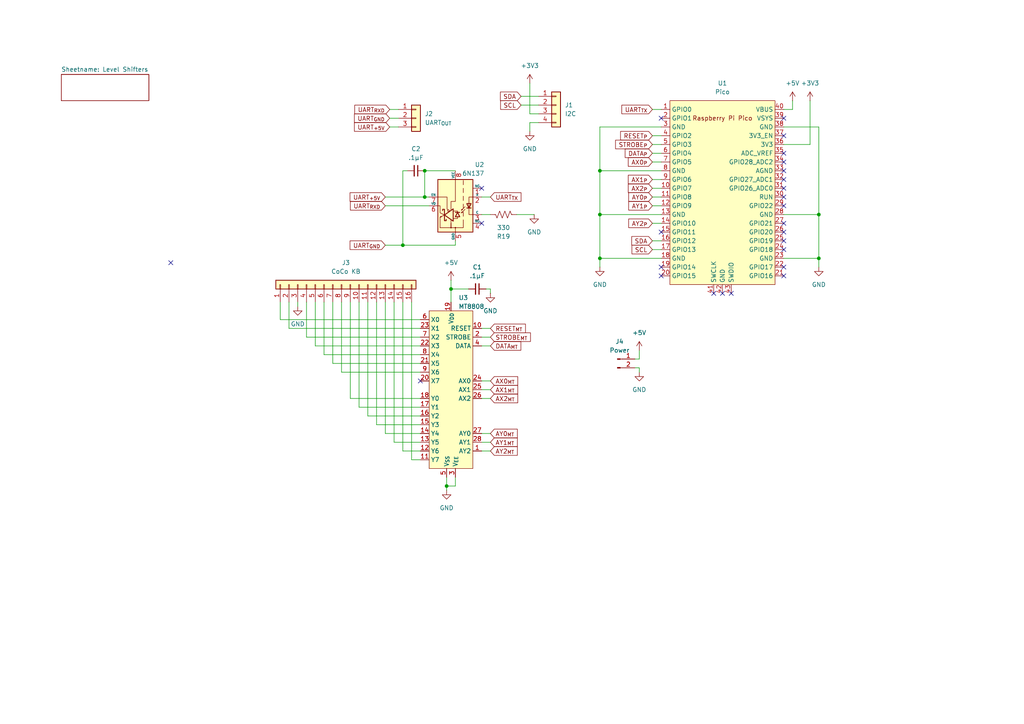
<source format=kicad_sch>
(kicad_sch (version 20231120) (generator "eeschema") (generator_version "8.0")
  (paper "A4")
  (lib_symbols
    (symbol "Connector:Conn_01x02_Pin" (pin_names (offset 1.016) hide)
      (property "Reference" "J4" (at 0.635 5.08 0))
      (property "Value" "Power" (at 0.635 2.54 0))
      (symbol "Conn_01x02_Pin_1_1"
        (polyline (pts (xy 1.27 -2.54) (xy 0.8636 -2.54)) (stroke (width 0.1524)))
        (polyline (pts (xy 1.27 0) (xy 0.8636 0)) (stroke (width 0.1524)))
        (rectangle (start 0.8636 -2.413) (end 0 -2.667) (stroke (width 0.1524)) (fill (type outline)))
        (rectangle (start 0.8636 0.127) (end 0 -0.127) (stroke (width 0.1524)) (fill (type outline)))
        (pin power_out line (at 5.08 0 180) (length 3.81) (name "Pin_1") (number "1"))
        (pin power_out line (at 5.08 -2.54 180) (length 3.81) (name "Pin_2") (number "2"))
      )
    )
    (symbol "Connector_Generic:Conn_01x03" (pin_names (offset 1.016) hide)
      (property "Reference" "J2" (at 2.54 1.2701 0))
      (property "Value" "UART_{OUT}" (at 2.54 -1.2699 0))
      (symbol "Conn_01x03_1_1"
        (rectangle (start -1.27 -2.413) (end 0 -2.667) (stroke (width 0.1524)))
        (rectangle (start -1.27 0.127) (end 0 -0.127) (stroke (width 0.1524)))
        (rectangle (start -1.27 2.667) (end 0 2.413) (stroke (width 0.1524)))
        (rectangle (start -1.27 3.81) (end 1.27 -3.81) (stroke (width 0.254)) (fill (type background)))
        (pin passive line (at -5.08 2.54 0) (length 3.81) (name "Pin_1") (number "1"))
        (pin power_out line (at -5.08 0 0) (length 3.81) (name "Pin_2") (number "2"))
        (pin power_out line (at -5.08 -2.54 0) (length 3.81) (name "Pin_3") (number "3"))
      )
    )
    (symbol "Connector_Generic:Conn_01x04" (pin_names (offset 1.016) hide)
      (property "Reference" "J" (at 0 5.08 0))
      (property "Value" "Conn_01x04" (at 0 -7.62 0))
      (symbol "Conn_01x04_1_1"
        (rectangle (start -1.27 -4.953) (end 0 -5.207) (stroke (width 0.1524)))
        (rectangle (start -1.27 -2.413) (end 0 -2.667) (stroke (width 0.1524)))
        (rectangle (start -1.27 0.127) (end 0 -0.127) (stroke (width 0.1524)))
        (rectangle (start -1.27 2.667) (end 0 2.413) (stroke (width 0.1524)))
        (rectangle (start -1.27 3.81) (end 1.27 -6.35) (stroke (width 0.254)) (fill (type background)))
        (pin passive line (at -5.08 2.54 0) (length 3.81) (name "Pin_1") (number "1"))
        (pin passive line (at -5.08 0 0) (length 3.81) (name "Pin_2") (number "2"))
        (pin passive line (at -5.08 -2.54 0) (length 3.81) (name "Pin_3") (number "3"))
        (pin passive line (at -5.08 -5.08 0) (length 3.81) (name "Pin_4") (number "4"))
      )
    )
    (symbol "Connector_Generic:Conn_01x16" (pin_names (offset 1.016) hide)
      (property "Reference" "J" (at 0 20.32 0))
      (property "Value" "Conn_01x16" (at 0 -22.86 0))
      (symbol "Conn_01x16_1_1"
        (rectangle (start -1.27 -20.193) (end 0 -20.447) (stroke (width 0.1524)))
        (rectangle (start -1.27 -17.653) (end 0 -17.907) (stroke (width 0.1524)))
        (rectangle (start -1.27 -15.113) (end 0 -15.367) (stroke (width 0.1524)))
        (rectangle (start -1.27 -12.573) (end 0 -12.827) (stroke (width 0.1524)))
        (rectangle (start -1.27 -10.033) (end 0 -10.287) (stroke (width 0.1524)))
        (rectangle (start -1.27 -7.493) (end 0 -7.747) (stroke (width 0.1524)))
        (rectangle (start -1.27 -4.953) (end 0 -5.207) (stroke (width 0.1524)))
        (rectangle (start -1.27 -2.413) (end 0 -2.667) (stroke (width 0.1524)))
        (rectangle (start -1.27 0.127) (end 0 -0.127) (stroke (width 0.1524)))
        (rectangle (start -1.27 2.667) (end 0 2.413) (stroke (width 0.1524)))
        (rectangle (start -1.27 5.207) (end 0 4.953) (stroke (width 0.1524)))
        (rectangle (start -1.27 7.747) (end 0 7.493) (stroke (width 0.1524)))
        (rectangle (start -1.27 10.287) (end 0 10.033) (stroke (width 0.1524)))
        (rectangle (start -1.27 12.827) (end 0 12.573) (stroke (width 0.1524)))
        (rectangle (start -1.27 15.367) (end 0 15.113) (stroke (width 0.1524)))
        (rectangle (start -1.27 17.907) (end 0 17.653) (stroke (width 0.1524)))
        (rectangle (start -1.27 19.05) (end 1.27 -21.59) (stroke (width 0.254)) (fill (type background)))
        (pin passive line (at -5.08 17.78 0) (length 3.81) (name "Pin_1") (number "1"))
        (pin passive line (at -5.08 -5.08 0) (length 3.81) (name "Pin_10") (number "10"))
        (pin passive line (at -5.08 -7.62 0) (length 3.81) (name "Pin_11") (number "11"))
        (pin passive line (at -5.08 -10.16 0) (length 3.81) (name "Pin_12") (number "12"))
        (pin passive line (at -5.08 -12.7 0) (length 3.81) (name "Pin_13") (number "13"))
        (pin passive line (at -5.08 -15.24 0) (length 3.81) (name "Pin_14") (number "14"))
        (pin passive line (at -5.08 -17.78 0) (length 3.81) (name "Pin_15") (number "15"))
        (pin passive line (at -5.08 -20.32 0) (length 3.81) (name "Pin_16") (number "16"))
        (pin passive line (at -5.08 15.24 0) (length 3.81) (name "Pin_2") (number "2"))
        (pin passive line (at -5.08 12.7 0) (length 3.81) (name "Pin_3") (number "3"))
        (pin passive line (at -5.08 10.16 0) (length 3.81) (name "Pin_4") (number "4"))
        (pin passive line (at -5.08 7.62 0) (length 3.81) (name "Pin_5") (number "5"))
        (pin passive line (at -5.08 5.08 0) (length 3.81) (name "Pin_6") (number "6"))
        (pin passive line (at -5.08 2.54 0) (length 3.81) (name "Pin_7") (number "7"))
        (pin passive line (at -5.08 0 0) (length 3.81) (name "Pin_8") (number "8"))
        (pin passive line (at -5.08 -2.54 0) (length 3.81) (name "Pin_9") (number "9"))
      )
    )
    (symbol "Device:C_Small" (pin_numbers hide) (pin_names (offset 0.254) hide)
      (property "Reference" "C" (at 0.254 1.778 0))
      (property "Value" "C_Small" (at 0.254 -2.032 0))
      (symbol "C_Small_0_1"
        (polyline (pts (xy -1.524 -0.508) (xy 1.524 -0.508)) (stroke (width 0.3302)))
        (polyline (pts (xy -1.524 0.508) (xy 1.524 0.508)) (stroke (width 0.3048)))
      )
      (symbol "C_Small_1_1"
        (pin passive line (at 0 2.54 270) (length 2.032) (name "~") (number "1"))
        (pin passive line (at 0 -2.54 90) (length 2.032) (name "~") (number "2"))
      )
    )
    (symbol "Device:R_US" (pin_numbers hide) (pin_names (offset 0))
      (property "Reference" "R" (at 2.54 0 90))
      (property "Value" "R_US" (at -2.54 0 90))
      (symbol "R_US_0_1"
        (polyline (pts (xy 0 -2.286) (xy 0 -2.54)))
        (polyline (pts (xy 0 2.286) (xy 0 2.54)))
        (polyline (pts (xy 0 -0.762) (xy 1.016 -1.143) (xy 0 -1.524) (xy -1.016 -1.905) (xy 0 -2.286)))
        (polyline (pts (xy 0 0.762) (xy 1.016 0.381) (xy 0 0) (xy -1.016 -0.381) (xy 0 -0.762)))
        (polyline (pts (xy 0 2.286) (xy 1.016 1.905) (xy 0 1.524) (xy -1.016 1.143) (xy 0 0.762)))
      )
      (symbol "R_US_1_1"
        (pin passive line (at 0 3.81 270) (length 1.27) (name "~") (number "1"))
        (pin passive line (at 0 -3.81 90) (length 1.27) (name "~") (number "2"))
      )
    )
    (symbol "Isolator:6N137" (pin_names (offset 0))
      (property "Reference" "U" (at -4.064 8.89 0))
      (property "Value" "6N137" (at 0 -8.89 0))
      (symbol "6N137_0_1"
        (polyline (pts (xy 0 -6.35) (xy -2.286 -6.35) (xy -2.286 -4.064)))
        (polyline (pts (xy -5.08 -2.54) (xy -3.937 -2.54) (xy -3.937 2.54) (xy -5.08 2.54)))
        (polyline (pts (xy 1.27 -5.08) (xy 1.27 -6.35) (xy 0 -6.35) (xy 0 -7.62)))
        (polyline (pts (xy 3.175 -2.667) (xy 0.635 -4.445) (xy 0.635 -0.889) (xy 3.175 -2.667)) (stroke (width 0.254)))
        (polyline (pts (xy -2.794 -1.016) (xy -1.717 -2.093) (xy -2.076 -1.914) (xy -1.896 -1.734) (xy -1.717 -2.093)))
        (polyline (pts (xy -2.794 -0.254) (xy -1.717 -1.331) (xy -2.076 -1.152) (xy -1.896 -0.972) (xy -1.717 -1.331)))
      )
      (symbol "6N137_1_1"
        (rectangle (start -5.08 7.62) (end 5.08 -7.62) (stroke (width 0.254)) (fill (type background)))
        (circle (center 0 -6.35) (radius 0.127) (fill (type outline)))
        (polyline (pts (xy -4.572 -0.635) (xy -3.302 -0.635)) (stroke (width 0.254)))
        (polyline (pts (xy -2.286 -1.778) (xy -2.286 -3.048)))
        (polyline (pts (xy -2.286 0.508) (xy -2.286 -0.762)))
        (polyline (pts (xy -2.286 2.794) (xy -2.286 1.524)))
        (polyline (pts (xy -2.286 5.08) (xy -2.286 3.81)))
        (polyline (pts (xy -2.286 7.366) (xy -2.286 6.096)))
        (polyline (pts (xy -1.27 -1.905) (xy 0 -1.905)) (stroke (width 0.254)))
        (polyline (pts (xy -0.635 -3.302) (xy -0.635 -3.683) (xy 0.635 -3.683)))
        (polyline (pts (xy -0.635 -1.905) (xy -0.635 -1.524) (xy 0.508 -1.524)))
        (polyline (pts (xy 1.27 -4.064) (xy 1.27 -6.35) (xy 4.445 -6.35)))
        (polyline (pts (xy 3.175 -2.667) (xy 4.445 -3.302) (xy 4.445 -6.35)))
        (polyline (pts (xy -3.937 -0.635) (xy -4.572 0.635) (xy -3.302 0.635) (xy -3.937 -0.635)) (stroke (width 0.254)))
        (polyline (pts (xy -0.635 -1.905) (xy -1.27 -3.175) (xy 0 -3.175) (xy -0.635 -1.905)) (stroke (width 0.254)))
        (polyline (pts (xy 1.27 -1.27) (xy 1.27 1.27) (xy 0 1.27) (xy 0 7.62)))
        (polyline (pts (xy 2.1844 -1.1684) (xy 2.413 -0.889) (xy 2.413 2.54) (xy 5.08 2.54)))
        (polyline (pts (xy 3.175 -2.667) (xy 3.175 -4.318) (xy 2.667 -4.318) (xy 2.667 -3.937)) (stroke (width 0.254)))
        (polyline (pts (xy 3.175 -2.667) (xy 3.175 -1.016) (xy 3.683 -1.016) (xy 3.683 -1.397)) (stroke (width 0.254)))
        (polyline (pts (xy 3.175 -2.667) (xy 4.445 -2.032) (xy 4.445 0) (xy 5.08 0)))
        (polyline (pts (xy 4.445 -3.302) (xy 4.161 -3.018) (xy 4.047 -3.246) (xy 4.445 -3.302)) (stroke (width 0.127)) (fill (type outline)))
        (circle (center 1.27 -6.35) (radius 0.127) (fill (type outline)))
        (circle (center 2.032 -1.397) (radius 0.254))
        (pin passive line (at -7.62 5.08 0) (length 2.54) (name "NC") (number "1"))
        (pin passive line (at -7.62 2.54 0) (length 2.54) (name "A") (number "2"))
        (pin passive line (at -7.62 -2.54 0) (length 2.54) (name "C") (number "3"))
        (pin passive line (at -7.62 -5.08 0) (length 2.54) (name "NC") (number "4"))
        (pin power_in line (at 0 -10.16 90) (length 2.54) (name "GND") (number "5"))
        (pin open_collector line (at 7.62 0 180) (length 2.54) (name "VO") (number "6"))
        (pin input line (at 7.62 2.54 180) (length 2.54) (name "EN") (number "7"))
        (pin power_in line (at 0 10.16 270) (length 2.54) (name "VCC") (number "8"))
      )
    )
    (symbol "MCU_RaspberryPi_and_Boards:Pico"
      (property "Reference" "U1" (at 0 31.75 0))
      (property "Value" "Pico" (at 0 29.21 0))
      (symbol "Pico_0_0"
        (text "Raspberry Pi Pico" (at 0 21.59 0) (effects (font (size 1.27 1.27))))
      )
      (symbol "Pico_0_1"
        (rectangle (start -15.24 26.67) (end 15.24 -26.67) (fill (type background)))
      )
      (symbol "Pico_1_1"
        (pin bidirectional line (at -17.78 24.13 0) (length 2.54) (name "GPIO0") (number "1"))
        (pin bidirectional line (at -17.78 1.27 0) (length 2.54) (name "GPIO7") (number "10"))
        (pin bidirectional line (at -17.78 -1.27 0) (length 2.54) (name "GPIO8") (number "11"))
        (pin bidirectional line (at -17.78 -3.81 0) (length 2.54) (name "GPIO9") (number "12"))
        (pin power_in line (at -17.78 -6.35 0) (length 2.54) (name "GND") (number "13"))
        (pin bidirectional line (at -17.78 -8.89 0) (length 2.54) (name "GPIO10") (number "14"))
        (pin bidirectional line (at -17.78 -11.43 0) (length 2.54) (name "GPIO11") (number "15"))
        (pin bidirectional line (at -17.78 -13.97 0) (length 2.54) (name "GPIO12") (number "16"))
        (pin bidirectional line (at -17.78 -16.51 0) (length 2.54) (name "GPIO13") (number "17"))
        (pin power_in line (at -17.78 -19.05 0) (length 2.54) (name "GND") (number "18"))
        (pin bidirectional line (at -17.78 -21.59 0) (length 2.54) (name "GPIO14") (number "19"))
        (pin bidirectional line (at -17.78 21.59 0) (length 2.54) (name "GPIO1") (number "2"))
        (pin bidirectional line (at -17.78 -24.13 0) (length 2.54) (name "GPIO15") (number "20"))
        (pin bidirectional line (at 17.78 -24.13 180) (length 2.54) (name "GPIO16") (number "21"))
        (pin bidirectional line (at 17.78 -21.59 180) (length 2.54) (name "GPIO17") (number "22"))
        (pin power_in line (at 17.78 -19.05 180) (length 2.54) (name "GND") (number "23"))
        (pin bidirectional line (at 17.78 -16.51 180) (length 2.54) (name "GPIO18") (number "24"))
        (pin bidirectional line (at 17.78 -13.97 180) (length 2.54) (name "GPIO19") (number "25"))
        (pin bidirectional line (at 17.78 -11.43 180) (length 2.54) (name "GPIO20") (number "26"))
        (pin bidirectional line (at 17.78 -8.89 180) (length 2.54) (name "GPIO21") (number "27"))
        (pin power_in line (at 17.78 -6.35 180) (length 2.54) (name "GND") (number "28"))
        (pin bidirectional line (at 17.78 -3.81 180) (length 2.54) (name "GPIO22") (number "29"))
        (pin power_in line (at -17.78 19.05 0) (length 2.54) (name "GND") (number "3"))
        (pin input line (at 17.78 -1.27 180) (length 2.54) (name "RUN") (number "30"))
        (pin bidirectional line (at 17.78 1.27 180) (length 2.54) (name "GPIO26_ADC0") (number "31"))
        (pin bidirectional line (at 17.78 3.81 180) (length 2.54) (name "GPIO27_ADC1") (number "32"))
        (pin power_in line (at 17.78 6.35 180) (length 2.54) (name "AGND") (number "33"))
        (pin bidirectional line (at 17.78 8.89 180) (length 2.54) (name "GPIO28_ADC2") (number "34"))
        (pin power_in line (at 17.78 11.43 180) (length 2.54) (name "ADC_VREF") (number "35"))
        (pin power_out line (at 17.78 13.97 180) (length 2.54) (name "3V3") (number "36"))
        (pin input line (at 17.78 16.51 180) (length 2.54) (name "3V3_EN") (number "37"))
        (pin power_in line (at 17.78 19.05 180) (length 2.54) (name "GND") (number "38"))
        (pin power_in line (at 17.78 21.59 180) (length 2.54) (name "VSYS") (number "39"))
        (pin bidirectional line (at -17.78 16.51 0) (length 2.54) (name "GPIO2") (number "4"))
        (pin power_in line (at 17.78 24.13 180) (length 2.54) (name "VBUS") (number "40"))
        (pin input line (at -2.54 -29.21 90) (length 2.54) (name "SWCLK") (number "41"))
        (pin power_in line (at 0 -29.21 90) (length 2.54) (name "GND") (number "42"))
        (pin bidirectional line (at 2.54 -29.21 90) (length 2.54) (name "SWDIO") (number "43"))
        (pin bidirectional line (at -17.78 13.97 0) (length 2.54) (name "GPIO3") (number "5"))
        (pin bidirectional line (at -17.78 11.43 0) (length 2.54) (name "GPIO4") (number "6"))
        (pin bidirectional line (at -17.78 8.89 0) (length 2.54) (name "GPIO5") (number "7"))
        (pin power_in line (at -17.78 6.35 0) (length 2.54) (name "GND") (number "8"))
        (pin bidirectional line (at -17.78 3.81 0) (length 2.54) (name "GPIO6") (number "9"))
      )
    )
    (symbol "MT_8808_8816:MT8808"
      (property "Reference" "U" (at 2.286 -3.81 0))
      (symbol "MT8808_0_1"
        (rectangle (start -6.35 -6.35) (end 6.35 -52.07) (fill (type background)))
      )
      (symbol "MT8808_1_1"
        (pin input line (at 8.89 -46.99 180) (length 2.54) (name "AY2") (number "1"))
        (pin input line (at 8.89 -11.43 180) (length 2.54) (name "RESET") (number "10"))
        (pin passive line (at -8.89 -49.53 0) (length 2.54) (name "Y7") (number "11"))
        (pin passive line (at -8.89 -46.99 0) (length 2.54) (name "Y6") (number "12"))
        (pin passive line (at -8.89 -44.45 0) (length 2.54) (name "Y5") (number "13"))
        (pin passive line (at -8.89 -41.91 0) (length 2.54) (name "Y4") (number "14"))
        (pin passive line (at -8.89 -39.37 0) (length 2.54) (name "Y3") (number "15"))
        (pin passive line (at -8.89 -36.83 0) (length 2.54) (name "Y2") (number "16"))
        (pin passive line (at -8.89 -34.29 0) (length 2.54) (name "Y1") (number "17"))
        (pin passive line (at -8.89 -31.75 0) (length 2.54) (name "Y0") (number "18"))
        (pin power_in line (at 0 -3.81 270) (length 2.54) (name "V_{DD}") (number "19"))
        (pin input line (at 8.89 -13.97 180) (length 2.54) (name "STROBE") (number "2"))
        (pin passive line (at -8.89 -26.67 0) (length 2.54) (name "X7") (number "20"))
        (pin passive line (at -8.89 -21.59 0) (length 2.54) (name "X5") (number "21"))
        (pin passive line (at -8.89 -16.51 0) (length 2.54) (name "X3") (number "22"))
        (pin passive line (at -8.89 -11.43 0) (length 2.54) (name "X1") (number "23"))
        (pin input line (at 8.89 -26.67 180) (length 2.54) (name "AX0") (number "24"))
        (pin input line (at 8.89 -29.21 180) (length 2.54) (name "AX1") (number "25"))
        (pin input line (at 8.89 -31.75 180) (length 2.54) (name "AX2") (number "26"))
        (pin input line (at 8.89 -41.91 180) (length 2.54) (name "AY0") (number "27"))
        (pin input line (at 8.89 -44.45 180) (length 2.54) (name "AY1") (number "28"))
        (pin power_in line (at 1.27 -54.61 90) (length 2.54) (name "V_{EE}") (number "3"))
        (pin input line (at 8.89 -16.51 180) (length 2.54) (name "DATA") (number "4"))
        (pin power_in line (at -1.27 -54.61 90) (length 2.54) (name "V_{SS}") (number "5"))
        (pin passive line (at -8.89 -8.89 0) (length 2.54) (name "X0") (number "6"))
        (pin passive line (at -8.89 -13.97 0) (length 2.54) (name "X2") (number "7"))
        (pin passive line (at -8.89 -19.05 0) (length 2.54) (name "X4") (number "8"))
        (pin passive line (at -8.89 -24.13 0) (length 2.54) (name "X6") (number "9"))
      )
    )
    (symbol "power:+3V3" (power) (pin_numbers hide) (pin_names (offset 0) hide)
      (property "Value" "+3V3" (at 0 3.556 0))
      (symbol "+3V3_0_1"
        (polyline (pts (xy -0.762 1.27) (xy 0 2.54)))
        (polyline (pts (xy 0 0) (xy 0 2.54)))
        (polyline (pts (xy 0 2.54) (xy 0.762 1.27)))
      )
      (symbol "+3V3_1_1"
        (pin power_in line (at 0 0 90) (length 0) (name "~") (number "1"))
      )
    )
    (symbol "power:+5V" (power) (pin_numbers hide) (pin_names (offset 0) hide)
      (property "Value" "+5V" (at 0 3.556 0))
      (symbol "+5V_0_1"
        (polyline (pts (xy -0.762 1.27) (xy 0 2.54)))
        (polyline (pts (xy 0 0) (xy 0 2.54)))
        (polyline (pts (xy 0 2.54) (xy 0.762 1.27)))
      )
      (symbol "+5V_1_1"
        (pin power_in line (at 0 0 90) (length 0) (name "~") (number "1"))
      )
    )
    (symbol "power:GND" (power) (pin_numbers hide) (pin_names (offset 0) hide)
      (property "Value" "GND" (at 0 -3.81 0))
      (symbol "GND_0_1"
        (polyline (pts (xy 0 0) (xy 0 -1.27) (xy 1.27 -1.27) (xy 0 -2.54) (xy -1.27 -1.27) (xy 0 -1.27)))
      )
      (symbol "GND_1_1"
        (pin power_in line (at 0 0 270) (length 0) (name "~") (number "1"))
      )
    )
  )
  (junction (at 173.99 62.23))
  (junction (at 237.49 62.23))
  (junction (at 129.54 140.97))
  (junction (at 173.99 74.93))
  (junction (at 116.84 71.12))
  (junction (at 123.19 49.53))
  (junction (at 123.19 57.15))
  (junction (at 173.99 49.53))
  (junction (at 237.49 74.93))
  (junction (at 130.81 83.82))
  (no_connect (at 207.01 85.09))
  (no_connect (at 227.33 59.69))
  (no_connect (at 227.33 57.15))
  (no_connect (at 227.33 39.37))
  (no_connect (at 212.09 85.09))
  (no_connect (at 191.77 67.31))
  (no_connect (at 227.33 34.29))
  (no_connect (at 227.33 54.61))
  (no_connect (at 191.77 80.01))
  (no_connect (at 227.33 64.77))
  (no_connect (at 191.77 34.29))
  (no_connect (at 121.92 110.49))
  (no_connect (at 227.33 67.31))
  (no_connect (at 227.33 80.01))
  (no_connect (at 227.33 72.39))
  (no_connect (at 227.33 77.47))
  (no_connect (at 209.55 85.09))
  (no_connect (at 227.33 49.53))
  (no_connect (at 227.33 46.99))
  (no_connect (at 191.77 77.47))
  (no_connect (at 227.33 52.07))
  (no_connect (at 49.53 76.2))
  (no_connect (at 139.7 54.61))
  (no_connect (at 227.33 44.45))
  (no_connect (at 139.7 64.77))
  (no_connect (at 227.33 69.85))
  (wire (pts (xy 116.84 49.53) (xy 116.84 71.12)))
  (wire (pts (xy 121.92 120.65) (xy 106.68 120.65)))
  (wire (pts (xy 114.3 128.27) (xy 114.3 87.63)))
  (wire (pts (xy 227.33 36.83) (xy 237.49 36.83)))
  (wire (pts (xy 81.28 92.71) (xy 81.28 87.63)))
  (wire (pts (xy 111.76 125.73) (xy 111.76 87.63)))
  (wire (pts (xy 191.77 74.93) (xy 173.99 74.93)))
  (wire (pts (xy 129.54 138.43) (xy 129.54 140.97)))
  (wire (pts (xy 173.99 74.93) (xy 173.99 62.23)))
  (wire (pts (xy 189.23 72.39) (xy 191.77 72.39)))
  (wire (pts (xy 111.76 57.15) (xy 123.19 57.15)))
  (wire (pts (xy 151.13 27.94) (xy 156.21 27.94)))
  (wire (pts (xy 113.03 36.83) (xy 115.57 36.83)))
  (wire (pts (xy 189.23 54.61) (xy 191.77 54.61)))
  (wire (pts (xy 121.92 97.79) (xy 88.9 97.79)))
  (wire (pts (xy 99.06 107.95) (xy 99.06 87.63)))
  (wire (pts (xy 86.36 87.63) (xy 86.36 88.9)))
  (wire (pts (xy 121.92 130.81) (xy 116.84 130.81)))
  (wire (pts (xy 121.92 115.57) (xy 101.6 115.57)))
  (wire (pts (xy 130.81 81.28) (xy 130.81 83.82)))
  (wire (pts (xy 184.15 104.14) (xy 185.42 104.14)))
  (wire (pts (xy 149.86 62.23) (xy 154.94 62.23)))
  (wire (pts (xy 185.42 106.68) (xy 185.42 107.95)))
  (wire (pts (xy 229.87 31.75) (xy 229.87 29.21)))
  (wire (pts (xy 139.7 110.49) (xy 142.24 110.49)))
  (wire (pts (xy 227.33 62.23) (xy 237.49 62.23)))
  (wire (pts (xy 121.92 107.95) (xy 99.06 107.95)))
  (wire (pts (xy 139.7 125.73) (xy 142.24 125.73)))
  (wire (pts (xy 121.92 133.35) (xy 119.38 133.35)))
  (wire (pts (xy 189.23 44.45) (xy 191.77 44.45)))
  (wire (pts (xy 153.67 33.02) (xy 156.21 33.02)))
  (wire (pts (xy 111.76 71.12) (xy 116.84 71.12)))
  (wire (pts (xy 88.9 97.79) (xy 88.9 87.63)))
  (wire (pts (xy 139.7 57.15) (xy 142.24 57.15)))
  (wire (pts (xy 121.92 118.11) (xy 104.14 118.11)))
  (wire (pts (xy 113.03 31.75) (xy 115.57 31.75)))
  (wire (pts (xy 151.13 30.48) (xy 156.21 30.48)))
  (wire (pts (xy 189.23 31.75) (xy 191.77 31.75)))
  (wire (pts (xy 139.7 100.33) (xy 142.24 100.33)))
  (wire (pts (xy 129.54 140.97) (xy 129.54 142.24)))
  (wire (pts (xy 227.33 31.75) (xy 229.87 31.75)))
  (wire (pts (xy 139.7 115.57) (xy 142.24 115.57)))
  (wire (pts (xy 173.99 62.23) (xy 173.99 49.53)))
  (wire (pts (xy 189.23 39.37) (xy 191.77 39.37)))
  (wire (pts (xy 130.81 83.82) (xy 130.81 87.63)))
  (wire (pts (xy 139.7 95.25) (xy 142.24 95.25)))
  (wire (pts (xy 189.23 69.85) (xy 191.77 69.85)))
  (wire (pts (xy 227.33 74.93) (xy 237.49 74.93)))
  (wire (pts (xy 132.08 71.12) (xy 132.08 69.85)))
  (wire (pts (xy 142.24 85.09) (xy 142.24 83.82)))
  (wire (pts (xy 121.92 100.33) (xy 91.44 100.33)))
  (wire (pts (xy 173.99 36.83) (xy 173.99 49.53)))
  (wire (pts (xy 121.92 92.71) (xy 81.28 92.71)))
  (wire (pts (xy 139.7 62.23) (xy 142.24 62.23)))
  (wire (pts (xy 121.92 105.41) (xy 96.52 105.41)))
  (wire (pts (xy 123.19 57.15) (xy 124.46 57.15)))
  (wire (pts (xy 121.92 102.87) (xy 93.98 102.87)))
  (wire (pts (xy 132.08 140.97) (xy 129.54 140.97)))
  (wire (pts (xy 111.76 59.69) (xy 124.46 59.69)))
  (wire (pts (xy 237.49 36.83) (xy 237.49 62.23)))
  (wire (pts (xy 237.49 74.93) (xy 237.49 62.23)))
  (wire (pts (xy 109.22 123.19) (xy 109.22 87.63)))
  (wire (pts (xy 121.92 123.19) (xy 109.22 123.19)))
  (wire (pts (xy 123.19 49.53) (xy 123.19 57.15)))
  (wire (pts (xy 104.14 118.11) (xy 104.14 87.63)))
  (wire (pts (xy 118.11 49.53) (xy 116.84 49.53)))
  (wire (pts (xy 191.77 36.83) (xy 173.99 36.83)))
  (wire (pts (xy 153.67 35.56) (xy 156.21 35.56)))
  (wire (pts (xy 116.84 71.12) (xy 132.08 71.12)))
  (wire (pts (xy 139.7 130.81) (xy 142.24 130.81)))
  (wire (pts (xy 121.92 128.27) (xy 114.3 128.27)))
  (wire (pts (xy 191.77 62.23) (xy 173.99 62.23)))
  (wire (pts (xy 132.08 138.43) (xy 132.08 140.97)))
  (wire (pts (xy 189.23 59.69) (xy 191.77 59.69)))
  (wire (pts (xy 135.89 83.82) (xy 130.81 83.82)))
  (wire (pts (xy 121.92 125.73) (xy 111.76 125.73)))
  (wire (pts (xy 189.23 52.07) (xy 191.77 52.07)))
  (wire (pts (xy 173.99 49.53) (xy 191.77 49.53)))
  (wire (pts (xy 227.33 41.91) (xy 234.95 41.91)))
  (wire (pts (xy 116.84 130.81) (xy 116.84 87.63)))
  (wire (pts (xy 184.15 106.68) (xy 185.42 106.68)))
  (wire (pts (xy 142.24 83.82) (xy 140.97 83.82)))
  (wire (pts (xy 93.98 102.87) (xy 93.98 87.63)))
  (wire (pts (xy 83.82 95.25) (xy 83.82 87.63)))
  (wire (pts (xy 189.23 57.15) (xy 191.77 57.15)))
  (wire (pts (xy 189.23 46.99) (xy 191.77 46.99)))
  (wire (pts (xy 101.6 115.57) (xy 101.6 87.63)))
  (wire (pts (xy 237.49 77.47) (xy 237.49 74.93)))
  (wire (pts (xy 153.67 38.1) (xy 153.67 35.56)))
  (wire (pts (xy 139.7 128.27) (xy 142.24 128.27)))
  (wire (pts (xy 234.95 41.91) (xy 234.95 29.21)))
  (wire (pts (xy 132.08 49.53) (xy 123.19 49.53)))
  (wire (pts (xy 121.92 95.25) (xy 83.82 95.25)))
  (wire (pts (xy 106.68 120.65) (xy 106.68 87.63)))
  (wire (pts (xy 139.7 97.79) (xy 142.24 97.79)))
  (wire (pts (xy 113.03 34.29) (xy 115.57 34.29)))
  (wire (pts (xy 153.67 24.13) (xy 153.67 33.02)))
  (wire (pts (xy 139.7 113.03) (xy 142.24 113.03)))
  (wire (pts (xy 96.52 105.41) (xy 96.52 87.63)))
  (wire (pts (xy 185.42 104.14) (xy 185.42 101.6)))
  (wire (pts (xy 189.23 64.77) (xy 191.77 64.77)))
  (wire (pts (xy 91.44 100.33) (xy 91.44 87.63)))
  (wire (pts (xy 189.23 41.91) (xy 191.77 41.91)))
  (wire (pts (xy 119.38 133.35) (xy 119.38 87.63)))
  (wire (pts (xy 173.99 74.93) (xy 173.99 77.47)))
  (global_label "STROBE_{P}" (shape input) (at 189.23 41.91 180) (property "Intersheetrefs" "${INTERSHEET_REFS}" (effects (hide yes))))
  (global_label "SDA" (shape input) (at 189.23 69.85 180) (property "Intersheetrefs" "${INTERSHEET_REFS}" (effects (hide yes))))
  (global_label "SCL" (shape input) (at 189.23 72.39 180) (property "Intersheetrefs" "${INTERSHEET_REFS}" (effects (hide yes))))
  (global_label "AX1_{MT}" (shape input) (at 142.24 113.03 0) (property "Intersheetrefs" "${INTERSHEET_REFS}" (effects (hide yes))))
  (global_label "AX0_{P}" (shape input) (at 189.23 46.99 180) (property "Intersheetrefs" "${INTERSHEET_REFS}" (effects (hide yes))))
  (global_label "AY2_{MT}" (shape input) (at 142.24 130.81 0) (property "Intersheetrefs" "${INTERSHEET_REFS}" (effects (hide yes))))
  (global_label "UART_{GND}" (shape input) (at 111.76 71.12 180) (property "Intersheetrefs" "${INTERSHEET_REFS}" (effects (hide yes))))
  (global_label "AY2_{P}" (shape input) (at 189.23 64.77 180) (property "Intersheetrefs" "${INTERSHEET_REFS}" (effects (hide yes))))
  (global_label "RESET_{P}" (shape input) (at 189.23 39.37 180) (property "Intersheetrefs" "${INTERSHEET_REFS}" (effects (hide yes))))
  (global_label "UART_{+5V}" (shape input) (at 113.03 36.83 180) (property "Intersheetrefs" "${INTERSHEET_REFS}" (effects (hide yes))))
  (global_label "SDA" (shape input) (at 151.13 27.94 180) (property "Intersheetrefs" "${INTERSHEET_REFS}" (effects (hide yes))))
  (global_label "AX1_{P}" (shape input) (at 189.23 52.07 180) (property "Intersheetrefs" "${INTERSHEET_REFS}" (effects (hide yes))))
  (global_label "AX0_{MT}" (shape input) (at 142.24 110.49 0) (property "Intersheetrefs" "${INTERSHEET_REFS}" (effects (hide yes))))
  (global_label "SCL" (shape input) (at 151.13 30.48 180) (property "Intersheetrefs" "${INTERSHEET_REFS}" (effects (hide yes))))
  (global_label "STROBE_{MT}" (shape input) (at 142.24 97.79 0) (property "Intersheetrefs" "${INTERSHEET_REFS}" (effects (hide yes))))
  (global_label "UART_{RXD}" (shape input) (at 113.03 31.75 180) (property "Intersheetrefs" "${INTERSHEET_REFS}" (effects (hide yes))))
  (global_label "AY1_{MT}" (shape input) (at 142.24 128.27 0) (property "Intersheetrefs" "${INTERSHEET_REFS}" (effects (hide yes))))
  (global_label "AY0_{P}" (shape input) (at 189.23 57.15 180) (property "Intersheetrefs" "${INTERSHEET_REFS}" (effects (hide yes))))
  (global_label "RESET_{MT}" (shape input) (at 142.24 95.25 0) (property "Intersheetrefs" "${INTERSHEET_REFS}" (effects (hide yes))))
  (global_label "DATA_{MT}" (shape input) (at 142.24 100.33 0) (property "Intersheetrefs" "${INTERSHEET_REFS}" (effects (hide yes))))
  (global_label "DATA_{P}" (shape input) (at 189.23 44.45 180) (property "Intersheetrefs" "${INTERSHEET_REFS}" (effects (hide yes))))
  (global_label "AX2_{MT}" (shape input) (at 142.24 115.57 0) (property "Intersheetrefs" "${INTERSHEET_REFS}" (effects (hide yes))))
  (global_label "UART_{TX}" (shape input) (at 142.24 57.15 0) (property "Intersheetrefs" "${INTERSHEET_REFS}" (effects (hide yes))))
  (global_label "UART_{GND}" (shape input) (at 113.03 34.29 180) (property "Intersheetrefs" "${INTERSHEET_REFS}" (effects (hide yes))))
  (global_label "UART_{TX}" (shape input) (at 189.23 31.75 180) (property "Intersheetrefs" "${INTERSHEET_REFS}" (effects (hide yes))))
  (global_label "AY1_{P}" (shape input) (at 189.23 59.69 180) (property "Intersheetrefs" "${INTERSHEET_REFS}" (effects (hide yes))))
  (global_label "UART_{+5V}" (shape input) (at 111.76 57.15 180) (property "Intersheetrefs" "${INTERSHEET_REFS}" (effects (hide yes))))
  (global_label "AX2_{P}" (shape input) (at 189.23 54.61 180) (property "Intersheetrefs" "${INTERSHEET_REFS}" (effects (hide yes))))
  (global_label "UART_{RXD}" (shape input) (at 111.76 59.69 180) (property "Intersheetrefs" "${INTERSHEET_REFS}" (effects (hide yes))))
  (global_label "AY0_{MT}" (shape input) (at 142.24 125.73 0) (property "Intersheetrefs" "${INTERSHEET_REFS}" (effects (hide yes))))
  (symbol (lib_id "power:GND") (at 237.49 77.47 0) (unit 1)
    (property "Reference" "#PWR020" (effects (hide yes)))
    (property "Value" "GND" (at 237.49 82.55 0))
    (property "Description" "Power symbol creates a global label with name \"GND\" , ground" (effects (hide yes)))
  )
  (symbol (lib_id "power:GND") (at 154.94 62.23 0) (unit 1)
    (property "Reference" "#PWR025" (effects (hide yes)))
    (property "Value" "GND" (at 154.94 67.31 0))
    (property "Description" "Power symbol creates a global label with name \"GND\" , ground" (effects (hide yes)))
  )
  (symbol (lib_id "power:GND") (at 185.42 107.95 0) (unit 1)
    (property "Reference" "#PWR029" (effects (hide yes)))
    (property "Value" "GND" (at 185.42 113.03 0))
    (property "Description" "Power symbol creates a global label with name \"GND\" , ground" (effects (hide yes)))
  )
  (symbol (lib_id "power:GND") (at 153.67 38.1 0) (unit 1)
    (property "Reference" "#PWR023" (effects (hide yes)))
    (property "Value" "GND" (at 153.67 43.18 0))
    (property "Description" "Power symbol creates a global label with name \"GND\" , ground" (effects (hide yes)))
  )
  (symbol (lib_id "power:+3V3") (at 234.95 29.21 0) (unit 1)
    (property "Reference" "#PWR021" (effects (hide yes)))
    (property "Value" "+3V3" (at 234.95 24.13 0))
    (property "Description" "Power symbol creates a global label with name \"+3V3\"" (effects (hide yes)))
  )
  (symbol (lib_id "power:GND") (at 86.36 88.9 0) (unit 1)
    (property "Reference" "#PWR026" (effects (hide yes)))
    (property "Value" "GND" (at 86.36 93.98 0))
    (property "Description" "Power symbol creates a global label with name \"GND\" , ground" (effects (hide yes)))
  )
  (symbol (lib_id "MCU_RaspberryPi_and_Boards:Pico") (at 209.55 55.88 0) (unit 1)
    (property "Reference" "U1" (at 209.55 24.13 0))
    (property "Value" "Pico" (at 209.55 26.67 0))
    (property "Footprint" "MCU_RaspberryPi_and_Boards:RPi_Pico_SMD_TH" (effects (hide yes)))
  )
  (symbol (lib_id "Device:C_Small") (at 138.43 83.82 270) (unit 1)
    (property "Reference" "C1" (at 138.4236 77.47 90))
    (property "Value" ".1µF" (at 138.4236 80.01 90))
    (property "Footprint" "Capacitor_THT:C_Disc_D6.0mm_W2.5mm_P5.00mm" (effects (hide yes)))
    (property "Description" "Unpolarized capacitor, small symbol" (effects (hide yes)))
  )
  (symbol (lib_id "power:GND") (at 129.54 142.24 0) (unit 1)
    (property "Reference" "#PWR028" (effects (hide yes)))
    (property "Value" "GND" (at 129.54 147.32 0))
    (property "Description" "Power symbol creates a global label with name \"GND\" , ground" (effects (hide yes)))
  )
  (symbol (lib_id "Connector_Generic:Conn_01x04") (at 161.29 30.48 0) (unit 1)
    (property "Reference" "J1" (at 163.83 30.4799 0) (effects (justify left)))
    (property "Value" "I2C" (at 163.83 33.0199 0) (effects (justify left)))
    (property "Footprint" "Connector_PinHeader_2.54mm:PinHeader_1x04_P2.54mm_Vertical" (effects (hide yes)))
    (property "Description" "Generic connector, single row, 01x04, script generated (kicad-library-utils/schlib/autogen/connector/)" (effects (hide yes)))
  )
  (symbol (lib_id "Connector_Generic:Conn_01x16") (at 99.06 82.55 90) (unit 1)
    (property "Reference" "J3" (at 100.33 76.2 90))
    (property "Value" "CoCo KB" (at 100.33 78.74 90))
    (property "Footprint" "Connector_PinHeader_2.54mm:PinHeader_1x16_P2.54mm_Vertical" (effects (hide yes)))
    (property "Description" "Generic connector, single row, 01x16, script generated (kicad-library-utils/schlib/autogen/connector/)" (effects (hide yes)))
  )
  (symbol (lib_id "Device:C_Small") (at 120.65 49.53 270) (unit 1)
    (property "Reference" "C2" (at 120.6436 43.18 90))
    (property "Value" ".1µF" (at 120.6436 45.72 90))
    (property "Footprint" "Capacitor_THT:C_Disc_D6.0mm_W2.5mm_P5.00mm" (effects (hide yes)))
    (property "Description" "Unpolarized capacitor, small symbol" (effects (hide yes)))
  )
  (symbol (lib_id "Device:R_US") (at 146.05 62.23 270) (mirror x) (unit 1)
    (property "Reference" "R19" (at 146.05 68.58 90))
    (property "Value" "330" (at 146.05 66.04 90))
    (property "Footprint" "Resistor_THT:R_Axial_DIN0207_L6.3mm_D2.5mm_P7.62mm_Horizontal" (effects (hide yes)))
    (property "Description" "Resistor, US symbol" (effects (hide yes)))
  )
  (symbol (lib_id "power:+5V") (at 130.81 81.28 0) (unit 1)
    (property "Reference" "#PWR027" (effects (hide yes)))
    (property "Value" "+5V" (at 130.81 76.2 0))
    (property "Description" "Power symbol creates a global label with name \"+5V\"" (effects (hide yes)))
  )
  (symbol (lib_id "MT_8808_8816:MT8808") (at 130.81 83.82 0) (unit 1)
    (property "Reference" "U3" (at 133.0041 86.36 0) (effects (justify left)))
    (property "Value" "MT8808" (at 133.0041 88.9 0) (effects (justify left)))
    (property "Footprint" "Package_DIP:DIP-28_W15.24mm_Socket_LongPads" (effects (hide yes)))
  )
  (symbol (lib_id "power:+5V") (at 229.87 29.21 0) (unit 1)
    (property "Reference" "#PWR019" (effects (hide yes)))
    (property "Value" "+5V" (at 229.87 24.13 0))
    (property "Description" "Power symbol creates a global label with name \"+5V\"" (effects (hide yes)))
  )
  (symbol (lib_id "Connector:Conn_01x02_Pin") (at 179.07 104.14 0) (unit 1)
    (property "Reference" "J4" (at 179.705 99.06 0))
    (property "Value" "Power" (at 179.705 101.6 0))
    (property "Footprint" "Connector_PinHeader_2.54mm:PinHeader_1x02_P2.54mm_Vertical" (effects (hide yes)))
    (property "Description" "Generic connector, single row, 01x02, script generated" (effects (hide yes)))
  )
  (symbol (lib_id "Isolator:6N137") (at 132.08 59.69 0) (mirror y) (unit 1)
    (property "Reference" "U2" (at 140.462 47.752 0) (effects (justify left)))
    (property "Value" "6N137" (at 140.462 50.292 0) (effects (justify left)))
    (property "Footprint" "Package_DIP:DIP-8_W7.62mm_Socket_LongPads" (effects (hide yes)))
    (property "Datasheet" "https://docs.broadcom.com/docs/AV02-0940EN" (effects (hide yes)))
    (property "Description" "Single High Speed LSTTL/TTL Compatible Optocoupler with enable, dV/dt 1000/us, VCM 10, max 7V VCC, DIP-8" (effects (hide yes)))
  )
  (symbol (lib_id "power:GND") (at 142.24 85.09 0) (unit 1)
    (property "Reference" "#PWR031" (effects (hide yes)))
    (property "Value" "GND" (at 142.24 90.17 0))
    (property "Description" "Power symbol creates a global label with name \"GND\" , ground" (effects (hide yes)))
  )
  (symbol (lib_id "Connector_Generic:Conn_01x03") (at 120.65 34.29 0) (unit 1)
    (property "Reference" "J2" (at 123.19 33.0199 0) (effects (justify left)))
    (property "Value" "UART_{OUT}" (at 123.19 35.5599 0) (effects (justify left)))
    (property "Footprint" "Connector_PinHeader_2.54mm:PinHeader_1x03_P2.54mm_Vertical" (effects (hide yes)))
    (property "Description" "Generic connector, single row, 01x03, script generated (kicad-library-utils/schlib/autogen/connector/)" (effects (hide yes)))
  )
  (symbol (lib_id "power:+5V") (at 185.42 101.6 0) (unit 1)
    (property "Reference" "#PWR030" (effects (hide yes)))
    (property "Value" "+5V" (at 185.42 96.52 0))
    (property "Description" "Power symbol creates a global label with name \"+5V\"" (effects (hide yes)))
  )
  (symbol (lib_id "power:GND") (at 173.99 77.47 0) (unit 1)
    (property "Reference" "#PWR022" (effects (hide yes)))
    (property "Value" "GND" (at 173.99 82.55 0))
    (property "Description" "Power symbol creates a global label with name \"GND\" , ground" (effects (hide yes)))
  )
  (symbol (lib_id "power:+3V3") (at 153.67 24.13 0) (unit 1)
    (property "Reference" "#PWR024" (effects (hide yes)))
    (property "Value" "+3V3" (at 153.67 19.05 0))
    (property "Description" "Power symbol creates a global label with name \"+3V3\"" (effects (hide yes)))
  )
  (sheet (at 17.78 21.59) (size 25.4 7.62) (stroke (width 0.1524))
    (property "Sheetname" "Level Shifters" (at 17.78 20.8784 0) (show_name yes) (effects (justify left bottom)))
    (property "Sheetfile" "untitled.kicad_sch" (effects (hide yes)))
  )
)
</source>
